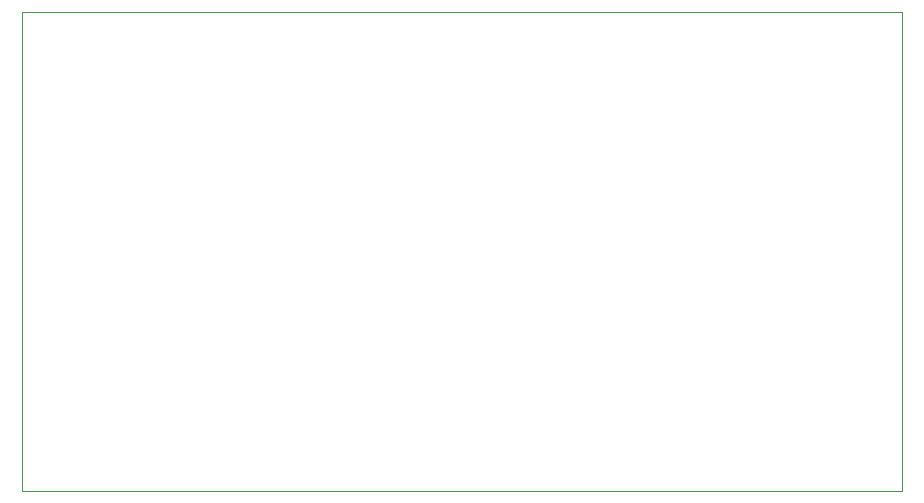
<source format=gbr>
%TF.GenerationSoftware,KiCad,Pcbnew,8.0.0*%
%TF.CreationDate,2024-03-24T21:45:21+02:00*%
%TF.ProjectId,pcb,7063622e-6b69-4636-9164-5f7063625858,rev?*%
%TF.SameCoordinates,Original*%
%TF.FileFunction,Profile,NP*%
%FSLAX46Y46*%
G04 Gerber Fmt 4.6, Leading zero omitted, Abs format (unit mm)*
G04 Created by KiCad (PCBNEW 8.0.0) date 2024-03-24 21:45:21*
%MOMM*%
%LPD*%
G01*
G04 APERTURE LIST*
%TA.AperFunction,Profile*%
%ADD10C,0.050000*%
%TD*%
G04 APERTURE END LIST*
D10*
X112500000Y-62500000D02*
X187000000Y-62500000D01*
X187000000Y-103000000D01*
X112500000Y-103000000D01*
X112500000Y-62500000D01*
M02*

</source>
